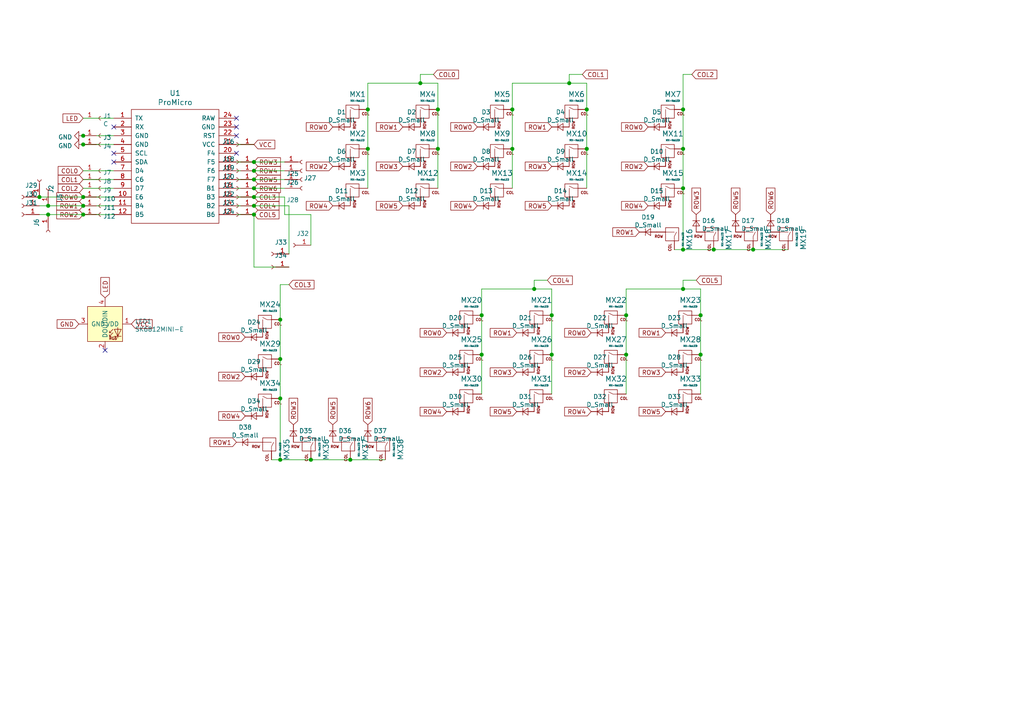
<source format=kicad_sch>
(kicad_sch (version 20210406) (generator eeschema)
  (paper "A4")
  (lib_symbols
    (symbol "Connector:Conn_01x01_Female" (pin_names (offset 1.016) hide)
      (property "Reference" "J" (at 0 2.54 0))
      (property "Value" "Conn_01x01_Female" (at 0 -2.54 0))
      (symbol "Conn_01x01_Female_1_1"
        (arc (start 0 0.508) (end 0 -0.508) (radius (at 0 0) (length 0.508) (angles 90.1 -90.1)) (stroke (width 0.1524)))
        (polyline (pts (xy -1.27 0) (xy -0.508 0)) (stroke (width 0.1524)))
        (pin passive line (at -5.08 0 0) (length 3.81) (name "Pin_1") (number "1"))
      )
    )
    (symbol "Device:D_Small" (pin_numbers hide) (pin_names (offset 0.254) hide)
      (property "Reference" "D" (at -1.27 2.032 0))
      (property "Value" "D_Small" (at -3.81 -2.032 0))
      (symbol "D_Small_0_1"
        (polyline (pts (xy -0.762 -1.016) (xy -0.762 1.016)))
        (polyline (pts (xy -0.762 0) (xy 0.762 0)))
        (polyline (pts (xy 0.762 -1.016) (xy -0.762 0) (xy 0.762 1.016) (xy 0.762 -1.016)))
      )
      (symbol "D_Small_1_1"
        (pin passive line (at -2.54 0 0) (length 1.778) (name "K") (number "1"))
        (pin passive line (at 2.54 0 180) (length 1.778) (name "A") (number "2"))
      )
    )
    (symbol "MX_Alps_Hybrid:MX-NoLED" (pin_names (offset 1.016))
      (property "Reference" "MX" (at -0.635 3.81 0))
      (property "Value" "MX-NoLED" (at -0.635 1.27 0))
      (symbol "MX-NoLED_0_0"
        (text "COL" (at 3.175 0 0) (effects (font (size 0.762 0.762))))
        (text "ROW" (at 0 -1.905 900) (effects (font (size 0.762 0.762)) (justify right)))
        (rectangle (start -2.54 2.54) (end 1.27 -1.27))
        (polyline (pts (xy -1.27 -1.27) (xy -1.27 1.27)) (stroke (width 0.127)))
        (polyline (pts (xy 1.27 1.27) (xy 0 1.27) (xy -1.27 1.905)) (stroke (width 0.127)))
      )
      (symbol "MX-NoLED_1_1"
        (pin passive line (at 3.81 1.27 180) (length 2.54) (name "COL") (number "1"))
        (pin passive line (at -1.27 -3.81 90) (length 2.54) (name "ROW") (number "2"))
      )
    )
    (symbol "SK6812MINI-E:SK6812MINI-E" (pin_names (offset 1.016))
      (property "Reference" "LED" (at 8.89 -5.08 0))
      (property "Value" "SK6812MINI-E" (at 8.89 -7.62 0))
      (symbol "SK6812MINI-E_0_1"
        (rectangle (start 5.08 5.08) (end -5.08 -5.08) (fill (type background)))
      )
      (symbol "SK6812MINI-E_1_1"
        (text "RGB" (at 2.286 -4.191 0) (effects (font (size 0.762 0.762))))
        (polyline (pts (xy 1.27 -3.556) (xy 1.778 -3.556)))
        (polyline (pts (xy 1.27 -2.54) (xy 1.778 -2.54)))
        (polyline (pts (xy 4.699 -3.556) (xy 2.667 -3.556)))
        (polyline (pts (xy 2.286 -2.54) (xy 1.27 -3.556) (xy 1.27 -3.048)))
        (polyline (pts (xy 2.286 -1.524) (xy 1.27 -2.54) (xy 1.27 -2.032)))
        (polyline (pts (xy 3.683 -1.016) (xy 3.683 -3.556) (xy 3.683 -4.064)))
        (polyline (pts (xy 4.699 -1.524) (xy 2.667 -1.524) (xy 3.683 -3.556) (xy 4.699 -1.524)))
        (pin power_in line (at 7.62 0 180) (length 2.54) (name "VDD") (number "1"))
        (pin output line (at 0 -7.62 90) (length 2.54) (name "DOUT") (number "2"))
        (pin power_in line (at -7.62 0 0) (length 2.54) (name "GND") (number "3"))
        (pin input line (at 0 7.62 270) (length 2.54) (name "DIN") (number "4"))
      )
    )
    (symbol "power:GND" (power) (pin_names (offset 0))
      (property "Value" "GND" (at 0 -3.81 0))
      (symbol "GND_0_1"
        (polyline (pts (xy 0 0) (xy 0 -1.27) (xy 1.27 -1.27) (xy 0 -2.54) (xy -1.27 -1.27) (xy 0 -1.27)))
      )
      (symbol "GND_1_1"
        (pin power_in line (at 0 0 270) (length 0) hide (name "GND") (number "1"))
      )
    )
    (symbol "promicro:ProMicro" (pin_names (offset 1.016))
      (property "Reference" "U" (at 0 24.13 0))
      (property "Value" "ProMicro" (at 0 -13.97 0))
      (symbol "ProMicro_0_1"
        (rectangle (start -12.7 21.59) (end 12.7 -11.43))
      )
      (symbol "ProMicro_1_1"
        (pin bidirectional line (at -17.78 19.05 0) (length 5.08) (name "TX") (number "1"))
        (pin bidirectional line (at -17.78 -3.81 0) (length 5.08) (name "E6") (number "10"))
        (pin bidirectional line (at -17.78 -6.35 0) (length 5.08) (name "B4") (number "11"))
        (pin bidirectional line (at -17.78 -8.89 0) (length 5.08) (name "B5") (number "12"))
        (pin bidirectional line (at 17.78 -8.89 180) (length 5.08) (name "B6") (number "13"))
        (pin bidirectional line (at 17.78 -6.35 180) (length 5.08) (name "B2") (number "14"))
        (pin bidirectional line (at 17.78 -3.81 180) (length 5.08) (name "B3") (number "15"))
        (pin bidirectional line (at 17.78 -1.27 180) (length 5.08) (name "B1") (number "16"))
        (pin bidirectional line (at 17.78 1.27 180) (length 5.08) (name "F7") (number "17"))
        (pin bidirectional line (at 17.78 3.81 180) (length 5.08) (name "F6") (number "18"))
        (pin bidirectional line (at 17.78 6.35 180) (length 5.08) (name "F5") (number "19"))
        (pin bidirectional line (at -17.78 16.51 0) (length 5.08) (name "RX") (number "2"))
        (pin bidirectional line (at 17.78 8.89 180) (length 5.08) (name "F4") (number "20"))
        (pin power_in line (at 17.78 11.43 180) (length 5.08) (name "VCC") (number "21"))
        (pin input line (at 17.78 13.97 180) (length 5.08) (name "RST") (number "22"))
        (pin power_in line (at 17.78 16.51 180) (length 5.08) (name "GND") (number "23"))
        (pin power_out line (at 17.78 19.05 180) (length 5.08) (name "RAW") (number "24"))
        (pin power_in line (at -17.78 13.97 0) (length 5.08) (name "GND") (number "3"))
        (pin power_in line (at -17.78 11.43 0) (length 5.08) (name "GND") (number "4"))
        (pin bidirectional line (at -17.78 8.89 0) (length 5.08) (name "SCL") (number "5"))
        (pin bidirectional line (at -17.78 6.35 0) (length 5.08) (name "SDA") (number "6"))
        (pin bidirectional line (at -17.78 3.81 0) (length 5.08) (name "D4") (number "7"))
        (pin bidirectional line (at -17.78 1.27 0) (length 5.08) (name "C6") (number "8"))
        (pin bidirectional line (at -17.78 -1.27 0) (length 5.08) (name "D7") (number "9"))
      )
    )
  )
  (junction (at 11.43 57.15) (diameter 1.016))
  (junction (at 13.97 59.69) (diameter 1.016))
  (junction (at 13.97 62.23) (diameter 1.016))
  (junction (at 24.13 39.37) (diameter 1.016))
  (junction (at 24.13 41.91) (diameter 1.016))
  (junction (at 24.13 57.15) (diameter 1.016))
  (junction (at 24.13 59.69) (diameter 1.016))
  (junction (at 24.13 62.23) (diameter 1.016))
  (junction (at 73.66 46.99) (diameter 1.016))
  (junction (at 73.66 49.53) (diameter 1.016))
  (junction (at 73.66 52.07) (diameter 1.016))
  (junction (at 73.66 54.61) (diameter 1.016))
  (junction (at 73.66 57.15) (diameter 1.016))
  (junction (at 73.66 59.69) (diameter 1.016))
  (junction (at 73.66 62.23) (diameter 1.016))
  (junction (at 81.28 92.71) (diameter 1.016))
  (junction (at 81.28 104.14) (diameter 1.016))
  (junction (at 81.28 115.57) (diameter 1.016))
  (junction (at 81.28 133.35) (diameter 1.016))
  (junction (at 90.17 133.35) (diameter 1.016))
  (junction (at 101.6 133.35) (diameter 1.016))
  (junction (at 106.68 31.75) (diameter 1.016))
  (junction (at 106.68 43.18) (diameter 1.016))
  (junction (at 121.92 24.13) (diameter 1.016))
  (junction (at 127 31.75) (diameter 1.016))
  (junction (at 127 43.18) (diameter 1.016))
  (junction (at 139.7 91.44) (diameter 1.016))
  (junction (at 139.7 102.87) (diameter 1.016))
  (junction (at 148.59 31.75) (diameter 1.016))
  (junction (at 148.59 43.18) (diameter 1.016))
  (junction (at 154.94 83.82) (diameter 1.016))
  (junction (at 160.02 91.44) (diameter 1.016))
  (junction (at 160.02 102.87) (diameter 1.016))
  (junction (at 165.1 24.13) (diameter 1.016))
  (junction (at 170.18 31.75) (diameter 1.016))
  (junction (at 170.18 43.18) (diameter 1.016))
  (junction (at 181.61 91.44) (diameter 1.016))
  (junction (at 181.61 102.87) (diameter 1.016))
  (junction (at 198.12 31.75) (diameter 1.016))
  (junction (at 198.12 43.18) (diameter 1.016))
  (junction (at 198.12 54.61) (diameter 1.016))
  (junction (at 198.12 72.39) (diameter 1.016))
  (junction (at 198.12 83.82) (diameter 1.016))
  (junction (at 203.2 91.44) (diameter 1.016))
  (junction (at 203.2 102.87) (diameter 1.016))
  (junction (at 207.01 72.39) (diameter 1.016))
  (junction (at 218.44 72.39) (diameter 1.016))
  (no_connect (at 30.48 101.6))
  (no_connect (at 33.02 36.83))
  (no_connect (at 33.02 44.45))
  (no_connect (at 33.02 46.99))
  (no_connect (at 68.58 34.29))
  (no_connect (at 68.58 36.83))
  (no_connect (at 68.58 39.37))
  (no_connect (at 68.58 44.45))
  (wire (pts (xy 11.43 57.15) (xy 24.13 57.15)))
  (wire (pts (xy 11.43 59.69) (xy 13.97 59.69)))
  (wire (pts (xy 11.43 62.23) (xy 13.97 62.23)))
  (wire (pts (xy 13.97 59.69) (xy 24.13 59.69)))
  (wire (pts (xy 13.97 62.23) (xy 24.13 62.23)))
  (wire (pts (xy 24.13 34.29) (xy 33.02 34.29)))
  (wire (pts (xy 24.13 39.37) (xy 33.02 39.37)))
  (wire (pts (xy 24.13 41.91) (xy 33.02 41.91)))
  (wire (pts (xy 24.13 49.53) (xy 33.02 49.53)))
  (wire (pts (xy 24.13 52.07) (xy 33.02 52.07)))
  (wire (pts (xy 24.13 54.61) (xy 33.02 54.61)))
  (wire (pts (xy 24.13 57.15) (xy 33.02 57.15)))
  (wire (pts (xy 24.13 59.69) (xy 33.02 59.69)))
  (wire (pts (xy 24.13 62.23) (xy 33.02 62.23)))
  (wire (pts (xy 68.58 41.91) (xy 73.66 41.91)))
  (wire (pts (xy 68.58 46.99) (xy 73.66 46.99)))
  (wire (pts (xy 68.58 49.53) (xy 73.66 49.53)))
  (wire (pts (xy 68.58 52.07) (xy 73.66 52.07)))
  (wire (pts (xy 68.58 54.61) (xy 73.66 54.61)))
  (wire (pts (xy 68.58 57.15) (xy 73.66 57.15)))
  (wire (pts (xy 68.58 59.69) (xy 73.66 59.69)))
  (wire (pts (xy 68.58 62.23) (xy 73.66 62.23)))
  (wire (pts (xy 73.66 46.99) (xy 82.55 46.99)))
  (wire (pts (xy 73.66 49.53) (xy 82.55 49.53)))
  (wire (pts (xy 73.66 52.07) (xy 82.55 52.07)))
  (wire (pts (xy 73.66 54.61) (xy 82.55 54.61)))
  (wire (pts (xy 73.66 77.47) (xy 73.66 62.23)))
  (wire (pts (xy 78.74 133.35) (xy 81.28 133.35)))
  (wire (pts (xy 81.28 82.55) (xy 83.82 82.55)))
  (wire (pts (xy 81.28 92.71) (xy 81.28 82.55)))
  (wire (pts (xy 81.28 92.71) (xy 81.28 104.14)))
  (wire (pts (xy 81.28 104.14) (xy 81.28 115.57)))
  (wire (pts (xy 81.28 115.57) (xy 81.28 133.35)))
  (wire (pts (xy 81.28 133.35) (xy 90.17 133.35)))
  (wire (pts (xy 82.55 57.15) (xy 73.66 57.15)))
  (wire (pts (xy 82.55 62.23) (xy 82.55 57.15)))
  (wire (pts (xy 83.82 59.69) (xy 73.66 59.69)))
  (wire (pts (xy 83.82 73.66) (xy 83.82 59.69)))
  (wire (pts (xy 83.82 77.47) (xy 73.66 77.47)))
  (wire (pts (xy 90.17 62.23) (xy 82.55 62.23)))
  (wire (pts (xy 90.17 71.12) (xy 90.17 62.23)))
  (wire (pts (xy 90.17 133.35) (xy 101.6 133.35)))
  (wire (pts (xy 101.6 133.35) (xy 111.76 133.35)))
  (wire (pts (xy 106.68 24.13) (xy 121.92 24.13)))
  (wire (pts (xy 106.68 31.75) (xy 106.68 24.13)))
  (wire (pts (xy 106.68 31.75) (xy 106.68 43.18)))
  (wire (pts (xy 106.68 43.18) (xy 106.68 54.61)))
  (wire (pts (xy 121.92 21.59) (xy 125.73 21.59)))
  (wire (pts (xy 121.92 24.13) (xy 121.92 21.59)))
  (wire (pts (xy 121.92 24.13) (xy 127 24.13)))
  (wire (pts (xy 127 24.13) (xy 127 31.75)))
  (wire (pts (xy 127 31.75) (xy 127 43.18)))
  (wire (pts (xy 127 43.18) (xy 127 54.61)))
  (wire (pts (xy 139.7 83.82) (xy 154.94 83.82)))
  (wire (pts (xy 139.7 91.44) (xy 139.7 83.82)))
  (wire (pts (xy 139.7 91.44) (xy 139.7 102.87)))
  (wire (pts (xy 139.7 102.87) (xy 139.7 114.3)))
  (wire (pts (xy 148.59 24.13) (xy 148.59 31.75)))
  (wire (pts (xy 148.59 24.13) (xy 165.1 24.13)))
  (wire (pts (xy 148.59 31.75) (xy 148.59 43.18)))
  (wire (pts (xy 148.59 43.18) (xy 148.59 54.61)))
  (wire (pts (xy 154.94 81.28) (xy 158.75 81.28)))
  (wire (pts (xy 154.94 83.82) (xy 154.94 81.28)))
  (wire (pts (xy 154.94 83.82) (xy 160.02 83.82)))
  (wire (pts (xy 160.02 83.82) (xy 160.02 91.44)))
  (wire (pts (xy 160.02 91.44) (xy 160.02 102.87)))
  (wire (pts (xy 160.02 102.87) (xy 160.02 114.3)))
  (wire (pts (xy 165.1 21.59) (xy 168.91 21.59)))
  (wire (pts (xy 165.1 24.13) (xy 165.1 21.59)))
  (wire (pts (xy 170.18 24.13) (xy 165.1 24.13)))
  (wire (pts (xy 170.18 31.75) (xy 170.18 24.13)))
  (wire (pts (xy 170.18 31.75) (xy 170.18 43.18)))
  (wire (pts (xy 170.18 43.18) (xy 170.18 54.61)))
  (wire (pts (xy 181.61 83.82) (xy 181.61 91.44)))
  (wire (pts (xy 181.61 83.82) (xy 198.12 83.82)))
  (wire (pts (xy 181.61 91.44) (xy 181.61 102.87)))
  (wire (pts (xy 181.61 102.87) (xy 181.61 114.3)))
  (wire (pts (xy 195.58 72.39) (xy 198.12 72.39)))
  (wire (pts (xy 198.12 21.59) (xy 200.66 21.59)))
  (wire (pts (xy 198.12 31.75) (xy 198.12 21.59)))
  (wire (pts (xy 198.12 31.75) (xy 198.12 43.18)))
  (wire (pts (xy 198.12 43.18) (xy 198.12 54.61)))
  (wire (pts (xy 198.12 54.61) (xy 198.12 72.39)))
  (wire (pts (xy 198.12 72.39) (xy 207.01 72.39)))
  (wire (pts (xy 198.12 81.28) (xy 201.93 81.28)))
  (wire (pts (xy 198.12 83.82) (xy 198.12 81.28)))
  (wire (pts (xy 203.2 83.82) (xy 198.12 83.82)))
  (wire (pts (xy 203.2 91.44) (xy 203.2 83.82)))
  (wire (pts (xy 203.2 91.44) (xy 203.2 102.87)))
  (wire (pts (xy 203.2 102.87) (xy 203.2 114.3)))
  (wire (pts (xy 207.01 72.39) (xy 218.44 72.39)))
  (wire (pts (xy 218.44 72.39) (xy 228.6 72.39)))
  (global_label "GND" (shape input) (at 22.86 93.98 180) (property "Intersheet References" "${INTERSHEET_REFS}" (effects hide)))
  (global_label "LED" (shape input) (at 24.13 34.29 180) (property "Intersheet References" "${INTERSHEET_REFS}" (effects hide)))
  (global_label "COL0" (shape input) (at 24.13 49.53 180) (property "Intersheet References" "${INTERSHEET_REFS}" (effects hide)))
  (global_label "COL1" (shape input) (at 24.13 52.07 180) (property "Intersheet References" "${INTERSHEET_REFS}" (effects hide)))
  (global_label "COL2" (shape input) (at 24.13 54.61 180) (property "Intersheet References" "${INTERSHEET_REFS}" (effects hide)))
  (global_label "ROW0" (shape input) (at 24.13 57.15 180) (property "Intersheet References" "${INTERSHEET_REFS}" (effects hide)))
  (global_label "ROW1" (shape input) (at 24.13 59.69 180) (property "Intersheet References" "${INTERSHEET_REFS}" (effects hide)))
  (global_label "ROW2" (shape input) (at 24.13 62.23 180) (property "Intersheet References" "${INTERSHEET_REFS}" (effects hide)))
  (global_label "LED" (shape input) (at 30.48 86.36 90) (property "Intersheet References" "${INTERSHEET_REFS}" (effects hide)))
  (global_label "VCC" (shape input) (at 38.1 93.98 0) (property "Intersheet References" "${INTERSHEET_REFS}" (effects hide)))
  (global_label "ROW1" (shape input) (at 68.58 128.27 180) (property "Intersheet References" "${INTERSHEET_REFS}" (effects hide)))
  (global_label "ROW0" (shape input) (at 71.12 97.79 180) (property "Intersheet References" "${INTERSHEET_REFS}" (effects hide)))
  (global_label "ROW2" (shape input) (at 71.12 109.22 180) (property "Intersheet References" "${INTERSHEET_REFS}" (effects hide)))
  (global_label "ROW4" (shape input) (at 71.12 120.65 180) (property "Intersheet References" "${INTERSHEET_REFS}" (effects hide)))
  (global_label "VCC" (shape input) (at 73.66 41.91 0) (property "Intersheet References" "${INTERSHEET_REFS}" (effects hide)))
  (global_label "ROW3" (shape input) (at 73.66 46.99 0) (property "Intersheet References" "${INTERSHEET_REFS}" (effects hide)))
  (global_label "ROW4" (shape input) (at 73.66 49.53 0) (property "Intersheet References" "${INTERSHEET_REFS}" (effects hide)))
  (global_label "ROW5" (shape input) (at 73.66 52.07 0) (property "Intersheet References" "${INTERSHEET_REFS}" (effects hide)))
  (global_label "ROW6" (shape input) (at 73.66 54.61 0) (property "Intersheet References" "${INTERSHEET_REFS}" (effects hide)))
  (global_label "COL3" (shape input) (at 73.66 57.15 0) (property "Intersheet References" "${INTERSHEET_REFS}" (effects hide)))
  (global_label "COL4" (shape input) (at 73.66 59.69 0) (property "Intersheet References" "${INTERSHEET_REFS}" (effects hide)))
  (global_label "COL5" (shape input) (at 73.66 62.23 0) (property "Intersheet References" "${INTERSHEET_REFS}" (effects hide)))
  (global_label "COL3" (shape input) (at 83.82 82.55 0) (property "Intersheet References" "${INTERSHEET_REFS}" (effects hide)))
  (global_label "ROW3" (shape input) (at 85.09 123.19 90) (property "Intersheet References" "${INTERSHEET_REFS}" (effects hide)))
  (global_label "ROW0" (shape input) (at 96.52 36.83 180) (property "Intersheet References" "${INTERSHEET_REFS}" (effects hide)))
  (global_label "ROW2" (shape input) (at 96.52 48.26 180) (property "Intersheet References" "${INTERSHEET_REFS}" (effects hide)))
  (global_label "ROW4" (shape input) (at 96.52 59.69 180) (property "Intersheet References" "${INTERSHEET_REFS}" (effects hide)))
  (global_label "ROW5" (shape input) (at 96.52 123.19 90) (property "Intersheet References" "${INTERSHEET_REFS}" (effects hide)))
  (global_label "ROW6" (shape input) (at 106.68 123.19 90) (property "Intersheet References" "${INTERSHEET_REFS}" (effects hide)))
  (global_label "ROW1" (shape input) (at 116.84 36.83 180) (property "Intersheet References" "${INTERSHEET_REFS}" (effects hide)))
  (global_label "ROW3" (shape input) (at 116.84 48.26 180) (property "Intersheet References" "${INTERSHEET_REFS}" (effects hide)))
  (global_label "ROW5" (shape input) (at 116.84 59.69 180) (property "Intersheet References" "${INTERSHEET_REFS}" (effects hide)))
  (global_label "COL0" (shape input) (at 125.73 21.59 0) (property "Intersheet References" "${INTERSHEET_REFS}" (effects hide)))
  (global_label "ROW0" (shape input) (at 129.54 96.52 180) (property "Intersheet References" "${INTERSHEET_REFS}" (effects hide)))
  (global_label "ROW2" (shape input) (at 129.54 107.95 180) (property "Intersheet References" "${INTERSHEET_REFS}" (effects hide)))
  (global_label "ROW4" (shape input) (at 129.54 119.38 180) (property "Intersheet References" "${INTERSHEET_REFS}" (effects hide)))
  (global_label "ROW0" (shape input) (at 138.43 36.83 180) (property "Intersheet References" "${INTERSHEET_REFS}" (effects hide)))
  (global_label "ROW2" (shape input) (at 138.43 48.26 180) (property "Intersheet References" "${INTERSHEET_REFS}" (effects hide)))
  (global_label "ROW4" (shape input) (at 138.43 59.69 180) (property "Intersheet References" "${INTERSHEET_REFS}" (effects hide)))
  (global_label "ROW1" (shape input) (at 149.86 96.52 180) (property "Intersheet References" "${INTERSHEET_REFS}" (effects hide)))
  (global_label "ROW3" (shape input) (at 149.86 107.95 180) (property "Intersheet References" "${INTERSHEET_REFS}" (effects hide)))
  (global_label "ROW5" (shape input) (at 149.86 119.38 180) (property "Intersheet References" "${INTERSHEET_REFS}" (effects hide)))
  (global_label "COL4" (shape input) (at 158.75 81.28 0) (property "Intersheet References" "${INTERSHEET_REFS}" (effects hide)))
  (global_label "ROW1" (shape input) (at 160.02 36.83 180) (property "Intersheet References" "${INTERSHEET_REFS}" (effects hide)))
  (global_label "ROW3" (shape input) (at 160.02 48.26 180) (property "Intersheet References" "${INTERSHEET_REFS}" (effects hide)))
  (global_label "ROW5" (shape input) (at 160.02 59.69 180) (property "Intersheet References" "${INTERSHEET_REFS}" (effects hide)))
  (global_label "COL1" (shape input) (at 168.91 21.59 0) (property "Intersheet References" "${INTERSHEET_REFS}" (effects hide)))
  (global_label "ROW0" (shape input) (at 171.45 96.52 180) (property "Intersheet References" "${INTERSHEET_REFS}" (effects hide)))
  (global_label "ROW2" (shape input) (at 171.45 107.95 180) (property "Intersheet References" "${INTERSHEET_REFS}" (effects hide)))
  (global_label "ROW4" (shape input) (at 171.45 119.38 180) (property "Intersheet References" "${INTERSHEET_REFS}" (effects hide)))
  (global_label "ROW1" (shape input) (at 185.42 67.31 180) (property "Intersheet References" "${INTERSHEET_REFS}" (effects hide)))
  (global_label "ROW0" (shape input) (at 187.96 36.83 180) (property "Intersheet References" "${INTERSHEET_REFS}" (effects hide)))
  (global_label "ROW2" (shape input) (at 187.96 48.26 180) (property "Intersheet References" "${INTERSHEET_REFS}" (effects hide)))
  (global_label "ROW4" (shape input) (at 187.96 59.69 180) (property "Intersheet References" "${INTERSHEET_REFS}" (effects hide)))
  (global_label "ROW1" (shape input) (at 193.04 96.52 180) (property "Intersheet References" "${INTERSHEET_REFS}" (effects hide)))
  (global_label "ROW3" (shape input) (at 193.04 107.95 180) (property "Intersheet References" "${INTERSHEET_REFS}" (effects hide)))
  (global_label "ROW5" (shape input) (at 193.04 119.38 180) (property "Intersheet References" "${INTERSHEET_REFS}" (effects hide)))
  (global_label "COL2" (shape input) (at 200.66 21.59 0) (property "Intersheet References" "${INTERSHEET_REFS}" (effects hide)))
  (global_label "ROW3" (shape input) (at 201.93 62.23 90) (property "Intersheet References" "${INTERSHEET_REFS}" (effects hide)))
  (global_label "COL5" (shape input) (at 201.93 81.28 0) (property "Intersheet References" "${INTERSHEET_REFS}" (effects hide)))
  (global_label "ROW5" (shape input) (at 213.36 62.23 90) (property "Intersheet References" "${INTERSHEET_REFS}" (effects hide)))
  (global_label "ROW6" (shape input) (at 223.52 62.23 90) (property "Intersheet References" "${INTERSHEET_REFS}" (effects hide)))
  (symbol (lib_id "Connector:Conn_01x01_Female") (at 6.35 57.15 180) (unit 1)
    (property "Reference" "J29" (at 9.0932 53.7718 0))
    (property "Value" "C" (effects hide))
    (property "Footprint" "TestPoint:TestPoint_THTPad_2.0x2.0mm_Drill1.0mm" (effects hide))
  )
  (symbol (lib_id "Connector:Conn_01x01_Female") (at 6.35 59.69 180) (unit 1)
    (property "Reference" "J30" (at 9.0932 56.3118 0))
    (property "Value" "C" (effects hide))
    (property "Footprint" "TestPoint:TestPoint_THTPad_2.0x2.0mm_Drill1.0mm" (effects hide))
  )
  (symbol (lib_id "Connector:Conn_01x01_Female") (at 6.35 62.23 180) (unit 1)
    (property "Reference" "J31" (at 9.0932 58.8518 0))
    (property "Value" "C" (effects hide))
    (property "Footprint" "TestPoint:TestPoint_THTPad_2.0x2.0mm_Drill1.0mm" (effects hide))
  )
  (symbol (lib_id "Connector:Conn_01x01_Female") (at 11.43 52.07 90) (unit 1)
    (property "Reference" "J2" (at 14.8082 54.8132 0))
    (property "Value" "C" (effects hide))
    (property "Footprint" "TestPoint:TestPoint_THTPad_2.0x2.0mm_Drill1.0mm" (effects hide))
  )
  (symbol (lib_id "Connector:Conn_01x01_Female") (at 13.97 54.61 90) (unit 1)
    (property "Reference" "J5" (at 17.3482 57.3532 0))
    (property "Value" "C" (effects hide))
    (property "Footprint" "TestPoint:TestPoint_THTPad_2.0x2.0mm_Drill1.0mm" (effects hide))
  )
  (symbol (lib_id "Connector:Conn_01x01_Female") (at 13.97 67.31 270) (unit 1)
    (property "Reference" "J6" (at 10.5918 64.5668 0))
    (property "Value" "C" (effects hide))
    (property "Footprint" "TestPoint:TestPoint_THTPad_2.0x2.0mm_Drill1.0mm" (effects hide))
  )
  (symbol (lib_id "Connector:Conn_01x01_Female") (at 29.21 34.29 0) (unit 1)
    (property "Reference" "J1" (at 29.9212 33.6296 0) (effects (justify left)))
    (property "Value" "C" (at 29.9212 35.941 0) (effects (justify left)))
    (property "Footprint" "TestPoint:TestPoint_THTPad_2.0x2.0mm_Drill1.0mm" (effects hide))
  )
  (symbol (lib_id "Connector:Conn_01x01_Female") (at 29.21 39.37 0) (unit 1)
    (property "Reference" "J3" (at 29.9212 39.878 0) (effects (justify left)))
    (property "Value" "C" (effects hide))
    (property "Footprint" "TestPoint:TestPoint_THTPad_2.0x2.0mm_Drill1.0mm" (effects hide))
  )
  (symbol (lib_id "Connector:Conn_01x01_Female") (at 29.21 41.91 0) (unit 1)
    (property "Reference" "J4" (at 29.9212 42.418 0) (effects (justify left)))
    (property "Value" "C" (effects hide))
    (property "Footprint" "TestPoint:TestPoint_THTPad_2.0x2.0mm_Drill1.0mm" (effects hide))
  )
  (symbol (lib_id "Connector:Conn_01x01_Female") (at 29.21 49.53 0) (unit 1)
    (property "Reference" "J7" (at 29.9212 50.038 0) (effects (justify left)))
    (property "Value" "C" (effects hide))
    (property "Footprint" "TestPoint:TestPoint_THTPad_2.0x2.0mm_Drill1.0mm" (effects hide))
  )
  (symbol (lib_id "Connector:Conn_01x01_Female") (at 29.21 52.07 0) (unit 1)
    (property "Reference" "J8" (at 29.9212 52.578 0) (effects (justify left)))
    (property "Value" "C" (effects hide))
    (property "Footprint" "TestPoint:TestPoint_THTPad_2.0x2.0mm_Drill1.0mm" (effects hide))
  )
  (symbol (lib_id "Connector:Conn_01x01_Female") (at 29.21 54.61 0) (unit 1)
    (property "Reference" "J9" (at 29.9212 55.118 0) (effects (justify left)))
    (property "Value" "C" (effects hide))
    (property "Footprint" "TestPoint:TestPoint_THTPad_2.0x2.0mm_Drill1.0mm" (effects hide))
  )
  (symbol (lib_id "Connector:Conn_01x01_Female") (at 29.21 57.15 0) (unit 1)
    (property "Reference" "J10" (at 29.9212 57.658 0) (effects (justify left)))
    (property "Value" "C" (effects hide))
    (property "Footprint" "TestPoint:TestPoint_THTPad_2.0x2.0mm_Drill1.0mm" (effects hide))
  )
  (symbol (lib_id "Connector:Conn_01x01_Female") (at 29.21 59.69 0) (unit 1)
    (property "Reference" "J11" (at 29.9212 60.198 0) (effects (justify left)))
    (property "Value" "C" (effects hide))
    (property "Footprint" "TestPoint:TestPoint_THTPad_2.0x2.0mm_Drill1.0mm" (effects hide))
  )
  (symbol (lib_id "Connector:Conn_01x01_Female") (at 29.21 62.23 0) (unit 1)
    (property "Reference" "J12" (at 29.9212 62.738 0) (effects (justify left)))
    (property "Value" "C" (effects hide))
    (property "Footprint" "TestPoint:TestPoint_THTPad_2.0x2.0mm_Drill1.0mm" (effects hide))
  )
  (symbol (lib_id "Connector:Conn_01x01_Female") (at 68.58 41.91 180) (unit 1)
    (property "Reference" "J16" (at 66.2432 41.0718 0))
    (property "Value" "C" (effects hide))
    (property "Footprint" "TestPoint:TestPoint_THTPad_1.5x1.5mm_Drill0.7mm" (effects hide))
  )
  (symbol (lib_id "Connector:Conn_01x01_Female") (at 68.58 46.99 180) (unit 1)
    (property "Reference" "J18" (at 66.2432 46.1518 0))
    (property "Value" "C" (effects hide))
    (property "Footprint" "TestPoint:TestPoint_THTPad_1.5x1.5mm_Drill0.7mm" (effects hide))
  )
  (symbol (lib_id "Connector:Conn_01x01_Female") (at 68.58 49.53 180) (unit 1)
    (property "Reference" "J19" (at 66.2432 48.6918 0))
    (property "Value" "C" (effects hide))
    (property "Footprint" "TestPoint:TestPoint_THTPad_1.5x1.5mm_Drill0.7mm" (effects hide))
  )
  (symbol (lib_id "Connector:Conn_01x01_Female") (at 68.58 52.07 180) (unit 1)
    (property "Reference" "J20" (at 66.2432 51.2318 0))
    (property "Value" "C" (effects hide))
    (property "Footprint" "TestPoint:TestPoint_THTPad_1.5x1.5mm_Drill0.7mm" (effects hide))
  )
  (symbol (lib_id "Connector:Conn_01x01_Female") (at 68.58 54.61 180) (unit 1)
    (property "Reference" "J21" (at 66.2432 53.7718 0))
    (property "Value" "C" (effects hide))
    (property "Footprint" "TestPoint:TestPoint_THTPad_1.5x1.5mm_Drill0.7mm" (effects hide))
  )
  (symbol (lib_id "Connector:Conn_01x01_Female") (at 68.58 57.15 180) (unit 1)
    (property "Reference" "J22" (at 66.2432 56.3118 0))
    (property "Value" "C" (effects hide))
    (property "Footprint" "TestPoint:TestPoint_THTPad_1.5x1.5mm_Drill0.7mm" (effects hide))
  )
  (symbol (lib_id "Connector:Conn_01x01_Female") (at 68.58 59.69 180) (unit 1)
    (property "Reference" "J23" (at 66.2432 58.8518 0))
    (property "Value" "C" (effects hide))
    (property "Footprint" "TestPoint:TestPoint_THTPad_1.5x1.5mm_Drill0.7mm" (effects hide))
  )
  (symbol (lib_id "Connector:Conn_01x01_Female") (at 68.58 62.23 180) (unit 1)
    (property "Reference" "J24" (at 66.2432 61.3918 0))
    (property "Value" "C" (effects hide))
    (property "Footprint" "TestPoint:TestPoint_THTPad_1.5x1.5mm_Drill0.7mm" (effects hide))
  )
  (symbol (lib_id "Connector:Conn_01x01_Female") (at 78.74 73.66 180) (unit 1)
    (property "Reference" "J33" (at 81.4832 70.2818 0))
    (property "Value" "C" (effects hide))
    (property "Footprint" "TestPoint:TestPoint_THTPad_2.0x2.0mm_Drill1.0mm" (effects hide))
  )
  (symbol (lib_id "Connector:Conn_01x01_Female") (at 78.74 77.47 180) (unit 1)
    (property "Reference" "J34" (at 81.4832 74.0918 0))
    (property "Value" "C" (effects hide))
    (property "Footprint" "TestPoint:TestPoint_THTPad_2.0x2.0mm_Drill1.0mm" (effects hide))
  )
  (symbol (lib_id "Connector:Conn_01x01_Female") (at 85.09 71.12 180) (unit 1)
    (property "Reference" "J32" (at 87.8332 67.7418 0))
    (property "Value" "C" (effects hide))
    (property "Footprint" "TestPoint:TestPoint_THTPad_2.0x2.0mm_Drill1.0mm" (effects hide))
  )
  (symbol (lib_id "Connector:Conn_01x01_Female") (at 87.63 46.99 0) (unit 1)
    (property "Reference" "J25" (at 84.8868 50.3682 0))
    (property "Value" "C" (effects hide))
    (property "Footprint" "TestPoint:TestPoint_THTPad_2.0x2.0mm_Drill1.0mm" (effects hide))
  )
  (symbol (lib_id "Connector:Conn_01x01_Female") (at 87.63 49.53 0) (unit 1)
    (property "Reference" "J26" (at 84.8868 52.9082 0))
    (property "Value" "C" (effects hide))
    (property "Footprint" "TestPoint:TestPoint_THTPad_2.0x2.0mm_Drill1.0mm" (effects hide))
  )
  (symbol (lib_id "Connector:Conn_01x01_Female") (at 87.63 52.07 0) (unit 1)
    (property "Reference" "J27" (at 89.9668 51.6382 0))
    (property "Value" "C" (effects hide))
    (property "Footprint" "TestPoint:TestPoint_THTPad_2.0x2.0mm_Drill1.0mm" (effects hide))
  )
  (symbol (lib_id "Connector:Conn_01x01_Female") (at 87.63 54.61 0) (unit 1)
    (property "Reference" "J28" (at 84.8868 57.9882 0))
    (property "Value" "C" (effects hide))
    (property "Footprint" "TestPoint:TestPoint_THTPad_2.0x2.0mm_Drill1.0mm" (effects hide))
  )
  (symbol (lib_id "power:GND") (at 24.13 39.37 270) (unit 1)
    (property "Reference" "#PWR0103" (effects hide))
    (property "Value" "GND" (at 20.955 39.7585 90) (effects (justify right)))
  )
  (symbol (lib_id "power:GND") (at 24.13 41.91 270) (unit 1)
    (property "Reference" "#PWR0101" (effects hide))
    (property "Value" "GND" (at 20.955 42.2985 90) (effects (justify right)))
  )
  (symbol (lib_id "Device:D_Small") (at 71.12 128.27 0) (unit 1)
    (property "Reference" "D38" (at 71.12 123.9478 0))
    (property "Value" "D_Small" (at 71.12 126.2465 0))
    (property "Footprint" "footprints:D3_TH_SMD" (effects hide))
  )
  (symbol (lib_id "Device:D_Small") (at 73.66 97.79 0) (unit 1)
    (property "Reference" "D24" (at 73.66 93.4678 0))
    (property "Value" "D_Small" (at 73.66 95.7665 0))
    (property "Footprint" "footprints:D3_TH_SMD" (effects hide))
  )
  (symbol (lib_id "Device:D_Small") (at 73.66 109.22 0) (unit 1)
    (property "Reference" "D29" (at 73.66 104.8978 0))
    (property "Value" "D_Small" (at 73.66 107.1965 0))
    (property "Footprint" "footprints:D3_TH_SMD" (effects hide))
  )
  (symbol (lib_id "Device:D_Small") (at 73.66 120.65 0) (unit 1)
    (property "Reference" "D34" (at 73.66 116.3278 0))
    (property "Value" "D_Small" (at 73.66 118.6265 0))
    (property "Footprint" "footprints:D3_TH_SMD" (effects hide))
  )
  (symbol (lib_id "Device:D_Small") (at 85.09 125.73 270) (unit 1)
    (property "Reference" "D35" (at 86.7411 124.9691 90) (effects (justify left)))
    (property "Value" "D_Small" (at 86.7411 127.2678 90) (effects (justify left)))
    (property "Footprint" "footprints:D3_TH_SMD" (effects hide))
  )
  (symbol (lib_id "Device:D_Small") (at 96.52 125.73 270) (unit 1)
    (property "Reference" "D36" (at 98.1711 124.9691 90) (effects (justify left)))
    (property "Value" "D_Small" (at 98.1711 127.2678 90) (effects (justify left)))
    (property "Footprint" "footprints:D3_TH_SMD" (effects hide))
  )
  (symbol (lib_id "Device:D_Small") (at 99.06 36.83 0) (unit 1)
    (property "Reference" "D1" (at 99.06 32.5078 0))
    (property "Value" "D_Small" (at 99.06 34.8065 0))
    (property "Footprint" "footprints:D3_TH_SMD" (effects hide))
  )
  (symbol (lib_id "Device:D_Small") (at 99.06 48.26 0) (unit 1)
    (property "Reference" "D6" (at 99.06 43.9378 0))
    (property "Value" "D_Small" (at 99.06 46.2365 0))
    (property "Footprint" "footprints:D3_TH_SMD" (effects hide))
  )
  (symbol (lib_id "Device:D_Small") (at 99.06 59.69 0) (unit 1)
    (property "Reference" "D11" (at 99.06 55.3678 0))
    (property "Value" "D_Small" (at 99.06 57.6665 0))
    (property "Footprint" "footprints:D3_TH_SMD" (effects hide))
  )
  (symbol (lib_id "Device:D_Small") (at 106.68 125.73 270) (unit 1)
    (property "Reference" "D37" (at 108.3311 124.9691 90) (effects (justify left)))
    (property "Value" "D_Small" (at 108.3311 127.2678 90) (effects (justify left)))
    (property "Footprint" "footprints:D3_TH_SMD" (effects hide))
  )
  (symbol (lib_id "Device:D_Small") (at 119.38 36.83 0) (unit 1)
    (property "Reference" "D2" (at 119.38 32.5078 0))
    (property "Value" "D_Small" (at 119.38 34.8065 0))
    (property "Footprint" "footprints:D3_TH_SMD" (effects hide))
  )
  (symbol (lib_id "Device:D_Small") (at 119.38 48.26 0) (unit 1)
    (property "Reference" "D7" (at 119.38 43.9378 0))
    (property "Value" "D_Small" (at 119.38 46.2365 0))
    (property "Footprint" "footprints:D3_TH_SMD" (effects hide))
  )
  (symbol (lib_id "Device:D_Small") (at 119.38 59.69 0) (unit 1)
    (property "Reference" "D12" (at 119.38 55.3678 0))
    (property "Value" "D_Small" (at 119.38 57.6665 0))
    (property "Footprint" "footprints:D3_TH_SMD" (effects hide))
  )
  (symbol (lib_id "Device:D_Small") (at 132.08 96.52 0) (unit 1)
    (property "Reference" "D20" (at 132.08 92.1978 0))
    (property "Value" "D_Small" (at 132.08 94.4965 0))
    (property "Footprint" "footprints:D3_TH_SMD" (effects hide))
  )
  (symbol (lib_id "Device:D_Small") (at 132.08 107.95 0) (unit 1)
    (property "Reference" "D25" (at 132.08 103.6278 0))
    (property "Value" "D_Small" (at 132.08 105.9265 0))
    (property "Footprint" "footprints:D3_TH_SMD" (effects hide))
  )
  (symbol (lib_id "Device:D_Small") (at 132.08 119.38 0) (unit 1)
    (property "Reference" "D30" (at 132.08 115.0578 0))
    (property "Value" "D_Small" (at 132.08 117.3565 0))
    (property "Footprint" "footprints:D3_TH_SMD" (effects hide))
  )
  (symbol (lib_id "Device:D_Small") (at 140.97 36.83 0) (unit 1)
    (property "Reference" "D3" (at 140.97 32.5078 0))
    (property "Value" "D_Small" (at 140.97 34.8065 0))
    (property "Footprint" "footprints:D3_TH_SMD" (effects hide))
  )
  (symbol (lib_id "Device:D_Small") (at 140.97 48.26 0) (unit 1)
    (property "Reference" "D8" (at 140.97 43.9378 0))
    (property "Value" "D_Small" (at 140.97 46.2365 0))
    (property "Footprint" "footprints:D3_TH_SMD" (effects hide))
  )
  (symbol (lib_id "Device:D_Small") (at 140.97 59.69 0) (unit 1)
    (property "Reference" "D13" (at 140.97 55.3678 0))
    (property "Value" "D_Small" (at 140.97 57.6665 0))
    (property "Footprint" "footprints:D3_TH_SMD" (effects hide))
  )
  (symbol (lib_id "Device:D_Small") (at 152.4 96.52 0) (unit 1)
    (property "Reference" "D21" (at 152.4 92.1978 0))
    (property "Value" "D_Small" (at 152.4 94.4965 0))
    (property "Footprint" "footprints:D3_TH_SMD" (effects hide))
  )
  (symbol (lib_id "Device:D_Small") (at 152.4 107.95 0) (unit 1)
    (property "Reference" "D26" (at 152.4 103.6278 0))
    (property "Value" "D_Small" (at 152.4 105.9265 0))
    (property "Footprint" "footprints:D3_TH_SMD" (effects hide))
  )
  (symbol (lib_id "Device:D_Small") (at 152.4 119.38 0) (unit 1)
    (property "Reference" "D31" (at 152.4 115.0578 0))
    (property "Value" "D_Small" (at 152.4 117.3565 0))
    (property "Footprint" "footprints:D3_TH_SMD" (effects hide))
  )
  (symbol (lib_id "Device:D_Small") (at 162.56 36.83 0) (unit 1)
    (property "Reference" "D4" (at 162.56 32.5078 0))
    (property "Value" "D_Small" (at 162.56 34.8065 0))
    (property "Footprint" "footprints:D3_TH_SMD" (effects hide))
  )
  (symbol (lib_id "Device:D_Small") (at 162.56 48.26 0) (unit 1)
    (property "Reference" "D9" (at 162.56 43.9378 0))
    (property "Value" "D_Small" (at 162.56 46.2365 0))
    (property "Footprint" "footprints:D3_TH_SMD" (effects hide))
  )
  (symbol (lib_id "Device:D_Small") (at 162.56 59.69 0) (unit 1)
    (property "Reference" "D14" (at 162.56 55.3678 0))
    (property "Value" "D_Small" (at 162.56 57.6665 0))
    (property "Footprint" "footprints:D3_TH_SMD" (effects hide))
  )
  (symbol (lib_id "Device:D_Small") (at 173.99 96.52 0) (unit 1)
    (property "Reference" "D22" (at 173.99 92.1978 0))
    (property "Value" "D_Small" (at 173.99 94.4965 0))
    (property "Footprint" "footprints:D3_TH_SMD" (effects hide))
  )
  (symbol (lib_id "Device:D_Small") (at 173.99 107.95 0) (unit 1)
    (property "Reference" "D27" (at 173.99 103.6278 0))
    (property "Value" "D_Small" (at 173.99 105.9265 0))
    (property "Footprint" "footprints:D3_TH_SMD" (effects hide))
  )
  (symbol (lib_id "Device:D_Small") (at 173.99 119.38 0) (unit 1)
    (property "Reference" "D32" (at 173.99 115.0578 0))
    (property "Value" "D_Small" (at 173.99 117.3565 0))
    (property "Footprint" "footprints:D3_TH_SMD" (effects hide))
  )
  (symbol (lib_id "Device:D_Small") (at 187.96 67.31 0) (unit 1)
    (property "Reference" "D19" (at 187.96 62.9878 0))
    (property "Value" "D_Small" (at 187.96 65.2865 0))
    (property "Footprint" "footprints:D3_TH_SMD" (effects hide))
  )
  (symbol (lib_id "Device:D_Small") (at 190.5 36.83 0) (unit 1)
    (property "Reference" "D5" (at 190.5 32.5078 0))
    (property "Value" "D_Small" (at 190.5 34.8065 0))
    (property "Footprint" "footprints:D3_TH_SMD" (effects hide))
  )
  (symbol (lib_id "Device:D_Small") (at 190.5 48.26 0) (unit 1)
    (property "Reference" "D10" (at 190.5 43.9378 0))
    (property "Value" "D_Small" (at 190.5 46.2365 0))
    (property "Footprint" "footprints:D3_TH_SMD" (effects hide))
  )
  (symbol (lib_id "Device:D_Small") (at 190.5 59.69 0) (unit 1)
    (property "Reference" "D15" (at 190.5 55.3678 0))
    (property "Value" "D_Small" (at 190.5 57.6665 0))
    (property "Footprint" "footprints:D3_TH_SMD" (effects hide))
  )
  (symbol (lib_id "Device:D_Small") (at 195.58 96.52 0) (unit 1)
    (property "Reference" "D23" (at 195.58 92.1978 0))
    (property "Value" "D_Small" (at 195.58 94.4965 0))
    (property "Footprint" "footprints:D3_TH_SMD" (effects hide))
  )
  (symbol (lib_id "Device:D_Small") (at 195.58 107.95 0) (unit 1)
    (property "Reference" "D28" (at 195.58 103.6278 0))
    (property "Value" "D_Small" (at 195.58 105.9265 0))
    (property "Footprint" "footprints:D3_TH_SMD" (effects hide))
  )
  (symbol (lib_id "Device:D_Small") (at 195.58 119.38 0) (unit 1)
    (property "Reference" "D33" (at 195.58 115.0578 0))
    (property "Value" "D_Small" (at 195.58 117.3565 0))
    (property "Footprint" "footprints:D3_TH_SMD" (effects hide))
  )
  (symbol (lib_id "Device:D_Small") (at 201.93 64.77 270) (unit 1)
    (property "Reference" "D16" (at 203.5811 64.0091 90) (effects (justify left)))
    (property "Value" "D_Small" (at 203.5811 66.3078 90) (effects (justify left)))
    (property "Footprint" "footprints:D3_TH_SMD" (effects hide))
  )
  (symbol (lib_id "Device:D_Small") (at 213.36 64.77 270) (unit 1)
    (property "Reference" "D17" (at 215.0111 64.0091 90) (effects (justify left)))
    (property "Value" "D_Small" (at 215.0111 66.3078 90) (effects (justify left)))
    (property "Footprint" "footprints:D3_TH_SMD" (effects hide))
  )
  (symbol (lib_id "Device:D_Small") (at 223.52 64.77 270) (unit 1)
    (property "Reference" "D18" (at 225.1711 64.0091 90) (effects (justify left)))
    (property "Value" "D_Small" (at 225.1711 66.3078 90) (effects (justify left)))
    (property "Footprint" "footprints:D3_TH_SMD" (effects hide))
  )
  (symbol (lib_id "MX_Alps_Hybrid:MX-NoLED") (at 77.47 93.98 0) (unit 1)
    (property "Reference" "MX24" (at 78.3082 88.3158 0) (effects (font (size 1.524 1.524))))
    (property "Value" "MX-NoLED" (at 78.3082 90.1954 0) (effects (font (size 0.508 0.508))))
    (property "Footprint" "MX_Only:MXOnly-1U-NoLED" (effects hide))
  )
  (symbol (lib_id "MX_Alps_Hybrid:MX-NoLED") (at 77.47 105.41 0) (unit 1)
    (property "Reference" "MX29" (at 78.3082 99.7458 0) (effects (font (size 1.524 1.524))))
    (property "Value" "MX-NoLED" (at 78.3082 101.6254 0) (effects (font (size 0.508 0.508))))
    (property "Footprint" "MX_Only:MXOnly-1U-NoLED" (effects hide))
  )
  (symbol (lib_id "MX_Alps_Hybrid:MX-NoLED") (at 77.47 116.84 0) (unit 1)
    (property "Reference" "MX34" (at 78.3082 111.1758 0) (effects (font (size 1.524 1.524))))
    (property "Value" "MX-NoLED" (at 78.3082 113.0554 0) (effects (font (size 0.508 0.508))))
    (property "Footprint" "MX_Only:MXOnly-1U-NoLED" (effects hide))
  )
  (symbol (lib_id "MX_Alps_Hybrid:MX-NoLED") (at 77.47 129.54 270) (unit 1)
    (property "Reference" "MX35" (at 83.1342 130.3782 0) (effects (font (size 1.524 1.524))))
    (property "Value" "MX-NoLED" (at 81.2546 130.3782 0) (effects (font (size 0.508 0.508))))
    (property "Footprint" "MX_Only:MXOnly-1U-NoLED" (effects hide))
  )
  (symbol (lib_id "MX_Alps_Hybrid:MX-NoLED") (at 88.9 129.54 270) (unit 1)
    (property "Reference" "MX36" (at 94.5642 130.3782 0) (effects (font (size 1.524 1.524))))
    (property "Value" "MX-NoLED" (at 92.6846 130.3782 0) (effects (font (size 0.508 0.508))))
    (property "Footprint" "MX_Only:MXOnly-1U-NoLED" (effects hide))
  )
  (symbol (lib_id "MX_Alps_Hybrid:MX-NoLED") (at 100.33 129.54 270) (unit 1)
    (property "Reference" "MX37" (at 105.9942 130.3782 0) (effects (font (size 1.524 1.524))))
    (property "Value" "MX-NoLED" (at 104.1146 130.3782 0) (effects (font (size 0.508 0.508))))
    (property "Footprint" "MX_Only:MXOnly-1U-NoLED" (effects hide))
  )
  (symbol (lib_id "MX_Alps_Hybrid:MX-NoLED") (at 102.87 33.02 0) (unit 1)
    (property "Reference" "MX1" (at 103.7082 27.3558 0) (effects (font (size 1.524 1.524))))
    (property "Value" "MX-NoLED" (at 103.7082 29.2354 0) (effects (font (size 0.508 0.508))))
    (property "Footprint" "MX_Only:MXOnly-1U-NoLED" (effects hide))
  )
  (symbol (lib_id "MX_Alps_Hybrid:MX-NoLED") (at 102.87 44.45 0) (unit 1)
    (property "Reference" "MX2" (at 103.7082 38.7858 0) (effects (font (size 1.524 1.524))))
    (property "Value" "MX-NoLED" (at 103.7082 40.6654 0) (effects (font (size 0.508 0.508))))
    (property "Footprint" "MX_Only:MXOnly-1U-NoLED" (effects hide))
  )
  (symbol (lib_id "MX_Alps_Hybrid:MX-NoLED") (at 102.87 55.88 0) (unit 1)
    (property "Reference" "MX3" (at 103.7082 50.2158 0) (effects (font (size 1.524 1.524))))
    (property "Value" "MX-NoLED" (at 103.7082 52.0954 0) (effects (font (size 0.508 0.508))))
    (property "Footprint" "MX_Only:MXOnly-1U-NoLED" (effects hide))
  )
  (symbol (lib_id "MX_Alps_Hybrid:MX-NoLED") (at 110.49 129.54 270) (unit 1)
    (property "Reference" "MX38" (at 116.1542 130.3782 0) (effects (font (size 1.524 1.524))))
    (property "Value" "MX-NoLED" (at 114.2746 130.3782 0) (effects (font (size 0.508 0.508))))
    (property "Footprint" "MX_Only:MXOnly-1U-NoLED" (effects hide))
  )
  (symbol (lib_id "MX_Alps_Hybrid:MX-NoLED") (at 123.19 33.02 0) (unit 1)
    (property "Reference" "MX4" (at 124.0282 27.3558 0) (effects (font (size 1.524 1.524))))
    (property "Value" "MX-NoLED" (at 124.0282 29.2354 0) (effects (font (size 0.508 0.508))))
    (property "Footprint" "MX_Only:MXOnly-1U-NoLED" (effects hide))
  )
  (symbol (lib_id "MX_Alps_Hybrid:MX-NoLED") (at 123.19 44.45 0) (unit 1)
    (property "Reference" "MX8" (at 124.0282 38.7858 0) (effects (font (size 1.524 1.524))))
    (property "Value" "MX-NoLED" (at 124.0282 40.6654 0) (effects (font (size 0.508 0.508))))
    (property "Footprint" "MX_Only:MXOnly-1U-NoLED" (effects hide))
  )
  (symbol (lib_id "MX_Alps_Hybrid:MX-NoLED") (at 123.19 55.88 0) (unit 1)
    (property "Reference" "MX12" (at 124.0282 50.2158 0) (effects (font (size 1.524 1.524))))
    (property "Value" "MX-NoLED" (at 124.0282 52.0954 0) (effects (font (size 0.508 0.508))))
    (property "Footprint" "MX_Only:MXOnly-1U-NoLED" (effects hide))
  )
  (symbol (lib_id "MX_Alps_Hybrid:MX-NoLED") (at 135.89 92.71 0) (unit 1)
    (property "Reference" "MX20" (at 136.7282 87.0458 0) (effects (font (size 1.524 1.524))))
    (property "Value" "MX-NoLED" (at 136.7282 88.9254 0) (effects (font (size 0.508 0.508))))
    (property "Footprint" "MX_Only:MXOnly-1U-NoLED" (effects hide))
  )
  (symbol (lib_id "MX_Alps_Hybrid:MX-NoLED") (at 135.89 104.14 0) (unit 1)
    (property "Reference" "MX25" (at 136.7282 98.4758 0) (effects (font (size 1.524 1.524))))
    (property "Value" "MX-NoLED" (at 136.7282 100.3554 0) (effects (font (size 0.508 0.508))))
    (property "Footprint" "MX_Only:MXOnly-1U-NoLED" (effects hide))
  )
  (symbol (lib_id "MX_Alps_Hybrid:MX-NoLED") (at 135.89 115.57 0) (unit 1)
    (property "Reference" "MX30" (at 136.7282 109.9058 0) (effects (font (size 1.524 1.524))))
    (property "Value" "MX-NoLED" (at 136.7282 111.7854 0) (effects (font (size 0.508 0.508))))
    (property "Footprint" "MX_Only:MXOnly-1U-NoLED" (effects hide))
  )
  (symbol (lib_id "MX_Alps_Hybrid:MX-NoLED") (at 144.78 33.02 0) (unit 1)
    (property "Reference" "MX5" (at 145.6182 27.3558 0) (effects (font (size 1.524 1.524))))
    (property "Value" "MX-NoLED" (at 145.6182 29.2354 0) (effects (font (size 0.508 0.508))))
    (property "Footprint" "MX_Only:MXOnly-1U-NoLED" (effects hide))
  )
  (symbol (lib_id "MX_Alps_Hybrid:MX-NoLED") (at 144.78 44.45 0) (unit 1)
    (property "Reference" "MX9" (at 145.6182 38.7858 0) (effects (font (size 1.524 1.524))))
    (property "Value" "MX-NoLED" (at 145.6182 40.6654 0) (effects (font (size 0.508 0.508))))
    (property "Footprint" "MX_Only:MXOnly-1U-NoLED" (effects hide))
  )
  (symbol (lib_id "MX_Alps_Hybrid:MX-NoLED") (at 144.78 55.88 0) (unit 1)
    (property "Reference" "MX13" (at 145.6182 50.2158 0) (effects (font (size 1.524 1.524))))
    (property "Value" "MX-NoLED" (at 145.6182 52.0954 0) (effects (font (size 0.508 0.508))))
    (property "Footprint" "MX_Only:MXOnly-1U-NoLED" (effects hide))
  )
  (symbol (lib_id "MX_Alps_Hybrid:MX-NoLED") (at 156.21 92.71 0) (unit 1)
    (property "Reference" "MX21" (at 157.0482 87.0458 0) (effects (font (size 1.524 1.524))))
    (property "Value" "MX-NoLED" (at 157.0482 88.9254 0) (effects (font (size 0.508 0.508))))
    (property "Footprint" "MX_Only:MXOnly-1U-NoLED" (effects hide))
  )
  (symbol (lib_id "MX_Alps_Hybrid:MX-NoLED") (at 156.21 104.14 0) (unit 1)
    (property "Reference" "MX26" (at 157.0482 98.4758 0) (effects (font (size 1.524 1.524))))
    (property "Value" "MX-NoLED" (at 157.0482 100.3554 0) (effects (font (size 0.508 0.508))))
    (property "Footprint" "MX_Only:MXOnly-1U-NoLED" (effects hide))
  )
  (symbol (lib_id "MX_Alps_Hybrid:MX-NoLED") (at 156.21 115.57 0) (unit 1)
    (property "Reference" "MX31" (at 157.0482 109.9058 0) (effects (font (size 1.524 1.524))))
    (property "Value" "MX-NoLED" (at 157.0482 111.7854 0) (effects (font (size 0.508 0.508))))
    (property "Footprint" "MX_Only:MXOnly-1U-NoLED" (effects hide))
  )
  (symbol (lib_id "MX_Alps_Hybrid:MX-NoLED") (at 166.37 33.02 0) (unit 1)
    (property "Reference" "MX6" (at 167.2082 27.3558 0) (effects (font (size 1.524 1.524))))
    (property "Value" "MX-NoLED" (at 167.2082 29.2354 0) (effects (font (size 0.508 0.508))))
    (property "Footprint" "MX_Only:MXOnly-1U-NoLED" (effects hide))
  )
  (symbol (lib_id "MX_Alps_Hybrid:MX-NoLED") (at 166.37 44.45 0) (unit 1)
    (property "Reference" "MX10" (at 167.2082 38.7858 0) (effects (font (size 1.524 1.524))))
    (property "Value" "MX-NoLED" (at 167.2082 40.6654 0) (effects (font (size 0.508 0.508))))
    (property "Footprint" "MX_Only:MXOnly-1U-NoLED" (effects hide))
  )
  (symbol (lib_id "MX_Alps_Hybrid:MX-NoLED") (at 166.37 55.88 0) (unit 1)
    (property "Reference" "MX14" (at 167.2082 50.2158 0) (effects (font (size 1.524 1.524))))
    (property "Value" "MX-NoLED" (at 167.2082 52.0954 0) (effects (font (size 0.508 0.508))))
    (property "Footprint" "MX_Only:MXOnly-1U-NoLED" (effects hide))
  )
  (symbol (lib_id "MX_Alps_Hybrid:MX-NoLED") (at 177.8 92.71 0) (unit 1)
    (property "Reference" "MX22" (at 178.6382 87.0458 0) (effects (font (size 1.524 1.524))))
    (property "Value" "MX-NoLED" (at 178.6382 88.9254 0) (effects (font (size 0.508 0.508))))
    (property "Footprint" "MX_Only:MXOnly-1U-NoLED" (effects hide))
  )
  (symbol (lib_id "MX_Alps_Hybrid:MX-NoLED") (at 177.8 104.14 0) (unit 1)
    (property "Reference" "MX27" (at 178.6382 98.4758 0) (effects (font (size 1.524 1.524))))
    (property "Value" "MX-NoLED" (at 178.6382 100.3554 0) (effects (font (size 0.508 0.508))))
    (property "Footprint" "MX_Only:MXOnly-1U-NoLED" (effects hide))
  )
  (symbol (lib_id "MX_Alps_Hybrid:MX-NoLED") (at 177.8 115.57 0) (unit 1)
    (property "Reference" "MX32" (at 178.6382 109.9058 0) (effects (font (size 1.524 1.524))))
    (property "Value" "MX-NoLED" (at 178.6382 111.7854 0) (effects (font (size 0.508 0.508))))
    (property "Footprint" "MX_Only:MXOnly-1U-NoLED" (effects hide))
  )
  (symbol (lib_id "MX_Alps_Hybrid:MX-NoLED") (at 194.31 33.02 0) (unit 1)
    (property "Reference" "MX7" (at 195.1482 27.3558 0) (effects (font (size 1.524 1.524))))
    (property "Value" "MX-NoLED" (at 195.1482 29.2354 0) (effects (font (size 0.508 0.508))))
    (property "Footprint" "MX_Only:MXOnly-1U-NoLED" (effects hide))
  )
  (symbol (lib_id "MX_Alps_Hybrid:MX-NoLED") (at 194.31 44.45 0) (unit 1)
    (property "Reference" "MX11" (at 195.1482 38.7858 0) (effects (font (size 1.524 1.524))))
    (property "Value" "MX-NoLED" (at 195.1482 40.6654 0) (effects (font (size 0.508 0.508))))
    (property "Footprint" "MX_Only:MXOnly-1U-NoLED" (effects hide))
  )
  (symbol (lib_id "MX_Alps_Hybrid:MX-NoLED") (at 194.31 55.88 0) (unit 1)
    (property "Reference" "MX15" (at 195.1482 50.2158 0) (effects (font (size 1.524 1.524))))
    (property "Value" "MX-NoLED" (at 195.1482 52.0954 0) (effects (font (size 0.508 0.508))))
    (property "Footprint" "MX_Only:MXOnly-1U-NoLED" (effects hide))
  )
  (symbol (lib_id "MX_Alps_Hybrid:MX-NoLED") (at 194.31 68.58 270) (unit 1)
    (property "Reference" "MX16" (at 199.9742 69.4182 0) (effects (font (size 1.524 1.524))))
    (property "Value" "MX-NoLED" (at 198.0946 69.4182 0) (effects (font (size 0.508 0.508))))
    (property "Footprint" "MX_Only:MXOnly-1U-NoLED" (effects hide))
  )
  (symbol (lib_id "MX_Alps_Hybrid:MX-NoLED") (at 199.39 92.71 0) (unit 1)
    (property "Reference" "MX23" (at 200.2282 87.0458 0) (effects (font (size 1.524 1.524))))
    (property "Value" "MX-NoLED" (at 200.2282 88.9254 0) (effects (font (size 0.508 0.508))))
    (property "Footprint" "MX_Only:MXOnly-1U-NoLED" (effects hide))
  )
  (symbol (lib_id "MX_Alps_Hybrid:MX-NoLED") (at 199.39 104.14 0) (unit 1)
    (property "Reference" "MX28" (at 200.2282 98.4758 0) (effects (font (size 1.524 1.524))))
    (property "Value" "MX-NoLED" (at 200.2282 100.3554 0) (effects (font (size 0.508 0.508))))
    (property "Footprint" "MX_Only:MXOnly-1U-NoLED" (effects hide))
  )
  (symbol (lib_id "MX_Alps_Hybrid:MX-NoLED") (at 199.39 115.57 0) (unit 1)
    (property "Reference" "MX33" (at 200.2282 109.9058 0) (effects (font (size 1.524 1.524))))
    (property "Value" "MX-NoLED" (at 200.2282 111.7854 0) (effects (font (size 0.508 0.508))))
    (property "Footprint" "MX_Only:MXOnly-1U-NoLED" (effects hide))
  )
  (symbol (lib_id "MX_Alps_Hybrid:MX-NoLED") (at 205.74 68.58 270) (unit 1)
    (property "Reference" "MX17" (at 211.4042 69.4182 0) (effects (font (size 1.524 1.524))))
    (property "Value" "MX-NoLED" (at 209.5246 69.4182 0) (effects (font (size 0.508 0.508))))
    (property "Footprint" "MX_Only:MXOnly-1U-NoLED" (effects hide))
  )
  (symbol (lib_id "MX_Alps_Hybrid:MX-NoLED") (at 217.17 68.58 270) (unit 1)
    (property "Reference" "MX18" (at 222.8342 69.4182 0) (effects (font (size 1.524 1.524))))
    (property "Value" "MX-NoLED" (at 220.9546 69.4182 0) (effects (font (size 0.508 0.508))))
    (property "Footprint" "MX_Only:MXOnly-1U-NoLED" (effects hide))
  )
  (symbol (lib_id "MX_Alps_Hybrid:MX-NoLED") (at 227.33 68.58 270) (unit 1)
    (property "Reference" "MX19" (at 232.9942 69.4182 0) (effects (font (size 1.524 1.524))))
    (property "Value" "MX-NoLED" (at 231.1146 69.4182 0) (effects (font (size 0.508 0.508))))
    (property "Footprint" "MX_Only:MXOnly-1U-NoLED" (effects hide))
  )
  (symbol (lib_id "SK6812MINI-E:SK6812MINI-E") (at 30.48 93.98 0) (unit 1)
    (property "Reference" "LED1" (at 39.1161 93.2191 0) (effects (justify left)))
    (property "Value" "SK6812MINI-E" (at 39.1161 95.5178 0) (effects (justify left)))
    (property "Footprint" "footprints:YS-SK6812MINI-E" (effects hide))
  )
  (symbol (lib_id "promicro:ProMicro") (at 50.8 53.34 0) (unit 1)
    (property "Reference" "U1" (at 50.8 27.0002 0) (effects (font (size 1.524 1.524))))
    (property "Value" "ProMicro" (at 50.8 29.6926 0) (effects (font (size 1.524 1.524))))
    (property "Footprint" "promicro:ProMicro" (effects hide))
  )
)
</source>
